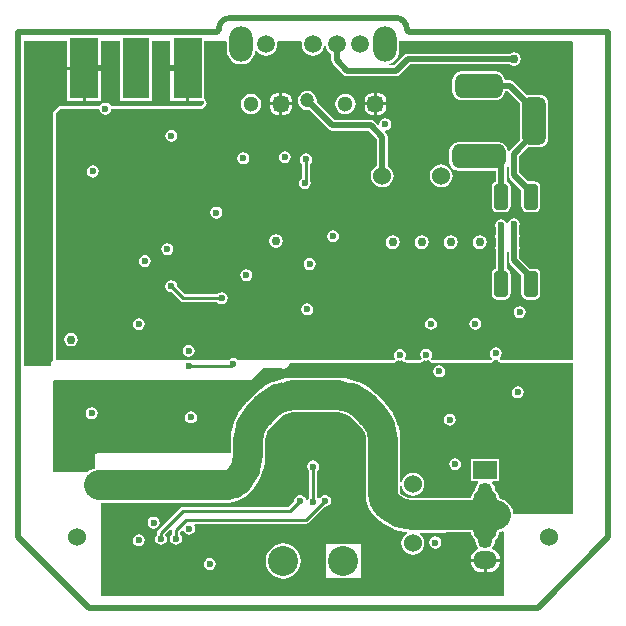
<source format=gbl>
G04*
G04 #@! TF.GenerationSoftware,Altium Limited,CircuitStudio,1.5.2 (1.5.2.30)*
G04*
G04 Layer_Physical_Order=4*
G04 Layer_Color=12500520*
%FSLAX44Y44*%
%MOMM*%
G71*
G01*
G75*
%ADD31R,2.4130X5.0800*%
%ADD33C,0.2540*%
%ADD35C,0.5000*%
%ADD36C,2.5000*%
%ADD37C,1.5240*%
%ADD38R,2.0000X1.5000*%
%ADD39C,2.0000*%
%ADD40O,2.0000X1.5000*%
%ADD41C,2.5400*%
%ADD42O,2.0000X3.0000*%
%ADD43C,1.5000*%
G04:AMPARAMS|DCode=44|XSize=2mm|YSize=4mm|CornerRadius=0.5mm|HoleSize=0mm|Usage=FLASHONLY|Rotation=180.000|XOffset=0mm|YOffset=0mm|HoleType=Round|Shape=RoundedRectangle|*
%AMROUNDEDRECTD44*
21,1,2.0000,3.0000,0,0,180.0*
21,1,1.0000,4.0000,0,0,180.0*
1,1,1.0000,-0.5000,1.5000*
1,1,1.0000,0.5000,1.5000*
1,1,1.0000,0.5000,-1.5000*
1,1,1.0000,-0.5000,-1.5000*
%
%ADD44ROUNDEDRECTD44*%
G04:AMPARAMS|DCode=45|XSize=2mm|YSize=4.5mm|CornerRadius=0.5mm|HoleSize=0mm|Usage=FLASHONLY|Rotation=270.000|XOffset=0mm|YOffset=0mm|HoleType=Round|Shape=RoundedRectangle|*
%AMROUNDEDRECTD45*
21,1,2.0000,3.5000,0,0,270.0*
21,1,1.0000,4.5000,0,0,270.0*
1,1,1.0000,-1.7500,-0.5000*
1,1,1.0000,-1.7500,0.5000*
1,1,1.0000,1.7500,0.5000*
1,1,1.0000,1.7500,-0.5000*
%
%ADD45ROUNDEDRECTD45*%
G04:AMPARAMS|DCode=46|XSize=2mm|YSize=4mm|CornerRadius=0.5mm|HoleSize=0mm|Usage=FLASHONLY|Rotation=90.000|XOffset=0mm|YOffset=0mm|HoleType=Round|Shape=RoundedRectangle|*
%AMROUNDEDRECTD46*
21,1,2.0000,3.0000,0,0,90.0*
21,1,1.0000,4.0000,0,0,90.0*
1,1,1.0000,1.5000,0.5000*
1,1,1.0000,1.5000,-0.5000*
1,1,1.0000,-1.5000,-0.5000*
1,1,1.0000,-1.5000,0.5000*
%
%ADD46ROUNDEDRECTD46*%
%ADD47C,1.3000*%
G04:AMPARAMS|DCode=48|XSize=1.3mm|YSize=1.3mm|CornerRadius=0.325mm|HoleSize=0mm|Usage=FLASHONLY|Rotation=180.000|XOffset=0mm|YOffset=0mm|HoleType=Round|Shape=RoundedRectangle|*
%AMROUNDEDRECTD48*
21,1,1.3000,0.6500,0,0,180.0*
21,1,0.6500,1.3000,0,0,180.0*
1,1,0.6500,-0.3250,0.3250*
1,1,0.6500,0.3250,0.3250*
1,1,0.6500,0.3250,-0.3250*
1,1,0.6500,-0.3250,-0.3250*
%
%ADD48ROUNDEDRECTD48*%
%ADD49C,0.6000*%
%ADD50C,0.7500*%
%ADD51C,1.2500*%
%ADD52C,1.2000*%
%ADD53R,0.2540X0.2540*%
%ADD54R,2.2860X5.0800*%
G04:AMPARAMS|DCode=55|XSize=2.2mm|YSize=1.2mm|CornerRadius=0.3mm|HoleSize=0mm|Usage=FLASHONLY|Rotation=270.000|XOffset=0mm|YOffset=0mm|HoleType=Round|Shape=RoundedRectangle|*
%AMROUNDEDRECTD55*
21,1,2.2000,0.6000,0,0,270.0*
21,1,1.6000,1.2000,0,0,270.0*
1,1,0.6000,-0.3000,-0.8000*
1,1,0.6000,-0.3000,0.8000*
1,1,0.6000,0.3000,0.8000*
1,1,0.6000,0.3000,-0.8000*
%
%ADD55ROUNDEDRECTD55*%
G36*
X453595Y515807D02*
X453597Y515807D01*
X453600Y515807D01*
X453862Y515859D01*
X456759Y515574D01*
X459798Y514652D01*
X462598Y513156D01*
X465123Y511083D01*
X472424Y503659D01*
X472431Y503654D01*
X472436Y503647D01*
X472659Y503498D01*
X474505Y501248D01*
X476002Y498448D01*
X476924Y495410D01*
X477244Y492152D01*
X477158Y447369D01*
X477123Y447302D01*
X477093Y447004D01*
X477035Y446711D01*
X477055Y446611D01*
X477045Y446511D01*
X477531Y441570D01*
X477590Y441378D01*
X477609Y441178D01*
X479050Y436427D01*
X479145Y436250D01*
X479203Y436058D01*
X481544Y431679D01*
X481671Y431524D01*
X481766Y431347D01*
X484916Y427509D01*
X484994Y427445D01*
X485050Y427360D01*
X485209Y427254D01*
X489422Y423559D01*
X489539Y423492D01*
X489634Y423397D01*
X494338Y420253D01*
X494463Y420202D01*
X494570Y420120D01*
X499644Y417617D01*
X499774Y417583D01*
X499891Y417515D01*
X505249Y415696D01*
X505382Y415679D01*
X505506Y415628D01*
X511056Y414524D01*
X511190D01*
X511320Y414489D01*
X511599Y414470D01*
X511859Y413181D01*
X510139Y411861D01*
X508597Y409851D01*
X507627Y407511D01*
X507297Y405000D01*
X507627Y402489D01*
X508597Y400149D01*
X510139Y398139D01*
X512148Y396597D01*
X514488Y395628D01*
X517000Y395297D01*
X519511Y395628D01*
X521851Y396597D01*
X523861Y398139D01*
X525403Y400149D01*
X526372Y402489D01*
X526703Y405000D01*
X526372Y407511D01*
X525403Y409851D01*
X523861Y411861D01*
X522570Y412852D01*
X523000Y414122D01*
X566393Y414179D01*
X566559Y412917D01*
X567768Y409998D01*
X569691Y407491D01*
X569946Y407296D01*
X569929Y407164D01*
X570212Y405010D01*
X571044Y403003D01*
X572243Y401440D01*
X572208Y400715D01*
X571997Y399963D01*
X570686Y399420D01*
X568589Y397811D01*
X566980Y395713D01*
X565968Y393271D01*
X565790Y391920D01*
X578250D01*
X590709D01*
X590531Y393271D01*
X589520Y395713D01*
X587910Y397811D01*
X585813Y399420D01*
X584503Y399963D01*
X584292Y400715D01*
X584256Y401440D01*
X585456Y403003D01*
X586287Y405010D01*
X586571Y407164D01*
X586554Y407296D01*
X586808Y407491D01*
X588732Y409998D01*
X589941Y412917D01*
X590144Y414463D01*
X590780Y414546D01*
X591033Y414632D01*
X591294Y414684D01*
X592944Y415367D01*
X594000Y414662D01*
X594000Y360898D01*
X593102Y360000D01*
X253398Y360000D01*
X252500Y360898D01*
X252500Y438961D01*
X361142D01*
X361142Y438961D01*
X361923Y439116D01*
X362584Y439558D01*
X362584Y439558D01*
X362836Y439810D01*
X364580Y439981D01*
X364772Y440040D01*
X364972Y440060D01*
X369723Y441501D01*
X369900Y441595D01*
X370092Y441654D01*
X374471Y443994D01*
X374626Y444121D01*
X374803Y444216D01*
X378641Y447366D01*
X378705Y447444D01*
X378789Y447500D01*
X378895Y447659D01*
X382590Y451872D01*
X382658Y451989D01*
X382753Y452084D01*
X385896Y456789D01*
X385948Y456913D01*
X386030Y457020D01*
X388532Y462094D01*
X388567Y462224D01*
X388634Y462341D01*
X390453Y467699D01*
X390471Y467832D01*
X390522Y467956D01*
X391626Y473506D01*
Y473641D01*
X391661Y473770D01*
X392031Y479417D01*
X392022Y479484D01*
X392035Y479550D01*
Y479550D01*
X392034Y479557D01*
X392035Y479565D01*
X391943Y492265D01*
X391891Y492516D01*
X392176Y495410D01*
X393098Y498448D01*
X394594Y501248D01*
X396667Y503773D01*
X404091Y511074D01*
X404096Y511081D01*
X404103Y511086D01*
X404252Y511309D01*
X406502Y513156D01*
X409302Y514652D01*
X412340Y515574D01*
X415597Y515895D01*
X453595Y515807D01*
D02*
G37*
G36*
X589003Y559999D02*
X589048Y559808D01*
X589167Y559641D01*
X589253Y559455D01*
X589696Y558842D01*
X589725Y558815D01*
X589727Y558811D01*
X589819Y558725D01*
X589906Y558596D01*
X589937Y558565D01*
X590135Y558432D01*
X590310Y558270D01*
X590463Y558213D01*
X590598Y558123D01*
X590832Y558076D01*
X591056Y557993D01*
X591099Y557986D01*
X591255Y557992D01*
X591379Y557968D01*
X591383Y557968D01*
X591422Y557961D01*
X652500D01*
X652500Y557961D01*
X652500Y430898D01*
X651602Y430000D01*
X601754D01*
X601454Y432280D01*
X601368Y432533D01*
X601316Y432794D01*
X600056Y435836D01*
X599907Y436058D01*
X599790Y436297D01*
X597785Y438909D01*
X597585Y439085D01*
X597409Y439286D01*
X594797Y441290D01*
X594558Y441408D01*
X594336Y441556D01*
X591294Y442816D01*
X591033Y442868D01*
X590780Y442954D01*
X590144Y443037D01*
X589941Y444583D01*
X588732Y447502D01*
X586808Y450009D01*
X586554Y450204D01*
X586571Y450336D01*
X586287Y452490D01*
X585456Y454497D01*
X584241Y456080D01*
X584523Y457350D01*
X590250D01*
Y476350D01*
X566250D01*
Y457350D01*
X571977D01*
X572258Y456080D01*
X571044Y454497D01*
X570212Y452490D01*
X569929Y450336D01*
X569946Y450204D01*
X569691Y450009D01*
X567768Y447502D01*
X566559Y444583D01*
X566399Y443369D01*
X517097Y443293D01*
X516837Y443241D01*
X513940Y443526D01*
X510902Y444448D01*
X508102Y445944D01*
X506227Y447483D01*
X506229Y453381D01*
X507499Y453464D01*
X507627Y452489D01*
X508597Y450149D01*
X510139Y448139D01*
X512148Y446597D01*
X514488Y445628D01*
X517000Y445297D01*
X519511Y445628D01*
X521851Y446597D01*
X523861Y448139D01*
X525403Y450149D01*
X526372Y452489D01*
X526703Y455000D01*
X526372Y457511D01*
X525403Y459851D01*
X523861Y461861D01*
X521851Y463403D01*
X519511Y464372D01*
X517000Y464703D01*
X514488Y464372D01*
X512148Y463403D01*
X510139Y461861D01*
X508597Y459851D01*
X507627Y457511D01*
X507500Y456544D01*
X506230Y456628D01*
X506243Y491712D01*
X506271Y491924D01*
X506335Y492250D01*
Y492250D01*
X506322Y492316D01*
X506331Y492383D01*
X505961Y498030D01*
X505926Y498159D01*
Y498294D01*
X504822Y503843D01*
X504771Y503968D01*
X504753Y504101D01*
X502934Y509459D01*
X502867Y509576D01*
X502832Y509706D01*
X500330Y514780D01*
X500248Y514887D01*
X500196Y515011D01*
X497053Y519716D01*
X496958Y519811D01*
X496890Y519928D01*
X493160Y524182D01*
X493099Y524228D01*
X493056Y524292D01*
X485922Y531301D01*
X485814Y531442D01*
X485629Y531719D01*
X485573Y531756D01*
X485532Y531810D01*
X481278Y535541D01*
X481161Y535608D01*
X481066Y535703D01*
X476361Y538847D01*
X476237Y538898D01*
X476130Y538980D01*
X471055Y541483D01*
X470925Y541517D01*
X470809Y541585D01*
X465451Y543403D01*
X465318Y543421D01*
X465193Y543472D01*
X459644Y544576D01*
X459509D01*
X459379Y544611D01*
X453733Y544981D01*
X453666Y544972D01*
X453600Y544986D01*
X453600D01*
X453597Y544985D01*
X453595Y544986D01*
X416027Y544894D01*
X415826Y544921D01*
X415500Y544986D01*
X415500D01*
X415434Y544972D01*
X415367Y544981D01*
X409720Y544611D01*
X409590Y544576D01*
X409456D01*
X403906Y543472D01*
X403782Y543421D01*
X403649Y543403D01*
X398291Y541585D01*
X398174Y541517D01*
X398044Y541483D01*
X392970Y538980D01*
X392863Y538898D01*
X392738Y538847D01*
X388034Y535703D01*
X387939Y535608D01*
X387822Y535541D01*
X383568Y531810D01*
X383521Y531749D01*
X383458Y531706D01*
X376449Y524572D01*
X376308Y524464D01*
X376031Y524279D01*
X375994Y524223D01*
X375940Y524182D01*
X372209Y519928D01*
X372142Y519811D01*
X372047Y519716D01*
X368903Y515011D01*
X368852Y514887D01*
X368770Y514780D01*
X366267Y509706D01*
X366232Y509576D01*
X366165Y509459D01*
X364346Y504101D01*
X364329Y503968D01*
X364277Y503843D01*
X363173Y498294D01*
Y498159D01*
X363139Y498030D01*
X362769Y492383D01*
X362777Y492316D01*
X362764Y492250D01*
Y492250D01*
X362766Y492243D01*
X362764Y492235D01*
X362835Y482491D01*
X361941Y481589D01*
X250000D01*
X249219Y481434D01*
X248558Y480992D01*
X248116Y480330D01*
X247961Y479550D01*
Y468418D01*
X247469Y468354D01*
X247217Y468268D01*
X246955Y468216D01*
X243913Y466956D01*
X243692Y466808D01*
X243452Y466690D01*
X241250Y465000D01*
X212500Y465000D01*
X212500Y542264D01*
X213398Y543162D01*
X378250D01*
X380006Y543511D01*
X381494Y544506D01*
X390400Y553412D01*
X405367D01*
X405549Y553290D01*
X407500Y552902D01*
X409451Y553290D01*
X411105Y554395D01*
X412210Y556049D01*
X412590Y557961D01*
X412590D01*
X500852Y557961D01*
X500894Y557969D01*
X500936Y557962D01*
X500938Y557962D01*
X501054Y557991D01*
X501057Y557990D01*
X501085Y557991D01*
X501170Y558012D01*
X501342Y558020D01*
X501452Y558047D01*
X501528Y558082D01*
X501610Y558093D01*
X501610Y558093D01*
X501663Y558123D01*
X501778Y558146D01*
X501786Y558149D01*
X501790Y558152D01*
X501792Y558153D01*
X501822Y558173D01*
X501858Y558181D01*
X501861Y558184D01*
X501867Y558185D01*
X501878Y558190D01*
X501991Y558274D01*
X501993Y558274D01*
X502042Y558311D01*
X502166Y558362D01*
X502261Y558425D01*
X502297Y558461D01*
X502342Y558482D01*
X502428Y558577D01*
X502454Y558594D01*
X502475Y558615D01*
X502493Y558642D01*
X502634Y558745D01*
X502751Y558874D01*
X502761Y558890D01*
X502777Y558902D01*
X502861Y558994D01*
X502862Y558995D01*
X502863Y558996D01*
X502942Y559112D01*
X503085Y559250D01*
X503118Y559299D01*
X504049Y559790D01*
X506000Y559402D01*
X507951Y559790D01*
X508699Y559638D01*
X508804Y559549D01*
X508883Y559437D01*
X509704Y558659D01*
X509848Y558568D01*
X509848Y558568D01*
X509863Y558554D01*
X509889Y558537D01*
X510019Y558414D01*
X510163Y558323D01*
X510312Y558266D01*
X510486Y558149D01*
X510513Y558144D01*
X510536Y558129D01*
X510742Y558094D01*
X510889Y558033D01*
X511056Y558000D01*
X511236D01*
X511266Y557994D01*
X511287D01*
X511454Y557961D01*
X523392D01*
X523588Y558000D01*
X523789D01*
X523969Y558036D01*
X524154Y558112D01*
X524172Y558116D01*
X524178Y558120D01*
X524330Y558147D01*
X524348Y558158D01*
X524368Y558162D01*
X524504Y558253D01*
X524671Y558319D01*
X524688Y558330D01*
X524690Y558332D01*
X524703Y558340D01*
X524704Y558340D01*
X524704Y558341D01*
X524836Y558425D01*
X524979Y558562D01*
X525001Y558576D01*
X525003Y558578D01*
X525003Y558578D01*
X525152Y558674D01*
X525154Y558676D01*
X525160Y558685D01*
X525170Y558691D01*
X525309Y558829D01*
X525309Y558829D01*
X525310Y558829D01*
X525337Y558856D01*
X525341Y558862D01*
X525348Y558867D01*
X525348D01*
X525373Y558905D01*
X525460Y558990D01*
X525505Y559057D01*
X525505Y559057D01*
X525536Y559087D01*
X525536Y559087D01*
X525536Y559087D01*
X525536Y559088D01*
X525577Y559147D01*
X525592Y559162D01*
X525619Y559202D01*
X525619Y559202D01*
X525716Y559297D01*
X525761Y559364D01*
X525786Y559421D01*
X525823Y559458D01*
X525876Y559588D01*
X525983Y559745D01*
X526005Y559795D01*
X526044Y559984D01*
X526050Y559999D01*
X526051Y560000D01*
X526501D01*
X528250Y559652D01*
X529999Y560000D01*
X530415D01*
X530434Y559976D01*
X530457Y559929D01*
X530459Y559927D01*
X530463Y559923D01*
X530465Y559918D01*
X530466Y559918D01*
X530515Y559821D01*
X530518Y559817D01*
X530519Y559816D01*
X530537Y559779D01*
X530543Y559772D01*
X530563Y559747D01*
X530564Y559746D01*
X530564Y559745D01*
X530602Y559697D01*
X530608Y559682D01*
X530639Y559635D01*
X530665Y559609D01*
X530679Y559581D01*
X530686Y559573D01*
X530704Y559558D01*
X530714Y559537D01*
X530789Y559477D01*
X530854Y559380D01*
X530861Y559373D01*
X530955Y559267D01*
X531071Y559180D01*
X531110Y559136D01*
X531135Y559118D01*
X531147Y559099D01*
X531147Y559099D01*
X531175Y559081D01*
X531250Y558997D01*
X531363Y558911D01*
X531363Y558911D01*
X531922Y558491D01*
X531973Y558467D01*
X531973Y558467D01*
X532072Y558391D01*
X532202Y558329D01*
X532263Y558284D01*
X532277Y558277D01*
X532277Y558277D01*
X532277Y558277D01*
X532314Y558259D01*
X532350Y558250D01*
X532518Y558137D01*
X532533Y558131D01*
X532546Y558128D01*
X532548Y558127D01*
X532674Y558102D01*
X532789Y558046D01*
X532792Y558046D01*
X532805Y558040D01*
X532820Y558036D01*
X533021Y558025D01*
X533054Y558011D01*
X533054Y558011D01*
X533055D01*
X533056Y558011D01*
X533111Y558000D01*
X533187D01*
X533329Y557972D01*
X533453D01*
X533454Y557972D01*
X533454D01*
X533509Y557961D01*
X582963D01*
X583031Y557974D01*
X583044Y557972D01*
X583120Y557987D01*
X583240Y557980D01*
X583321Y557991D01*
X583568Y558076D01*
X583824Y558127D01*
X583941Y558205D01*
X584073Y558251D01*
X584269Y558424D01*
X584486Y558569D01*
X584543Y558627D01*
X584611Y558727D01*
X584669Y558779D01*
X584674Y558790D01*
X584726Y558836D01*
X585185Y559441D01*
X585350Y559779D01*
X585463Y560000D01*
X589002D01*
X589003Y559999D01*
D02*
G37*
G36*
X652500Y829102D02*
X652500Y561270D01*
X652500Y560000D01*
X591468D01*
X591382Y560014D01*
X591321Y560075D01*
X591022Y560487D01*
X591021Y560491D01*
X590915Y560637D01*
X590886Y560780D01*
X590867Y560809D01*
X590859Y560843D01*
X590859Y560844D01*
X590855Y562111D01*
X591106Y562520D01*
X591960Y563798D01*
X592348Y565749D01*
X591960Y567700D01*
X590855Y569354D01*
X589201Y570459D01*
X587250Y570847D01*
X585299Y570459D01*
X583645Y569354D01*
X582540Y567700D01*
X582152Y565749D01*
X582540Y563798D01*
X583380Y562541D01*
X583646Y562086D01*
X583649Y560956D01*
X582829Y560000D01*
X533509D01*
X533454Y560011D01*
X533454D01*
X533453Y560011D01*
X533328Y560011D01*
X533316Y560014D01*
X533297Y560022D01*
X533199Y560096D01*
X533198Y560096D01*
X533198Y560096D01*
X533162Y560114D01*
X533148Y560121D01*
X532589Y560541D01*
X532589Y560541D01*
X532390Y561205D01*
X532362Y561392D01*
X532384Y561938D01*
X532960Y562799D01*
X533348Y564750D01*
X532960Y566701D01*
X531855Y568355D01*
X530201Y569460D01*
X528250Y569848D01*
X526299Y569460D01*
X524645Y568355D01*
X523540Y566701D01*
X523152Y564750D01*
X523540Y562799D01*
X524528Y561321D01*
X524497Y561274D01*
X524354Y561131D01*
X524353Y561130D01*
X524277Y560946D01*
X524166Y560780D01*
X524160Y560765D01*
X524124Y560583D01*
X524109Y560548D01*
X524102Y560537D01*
X524075Y560511D01*
X524029Y560443D01*
X524029Y560443D01*
X523943Y560358D01*
X523943Y560358D01*
X523933Y560348D01*
X523906Y560308D01*
X523906Y560308D01*
X523906Y560308D01*
X523879Y560282D01*
X523879Y560282D01*
X523878Y560282D01*
X523740Y560145D01*
X523737Y560143D01*
X523590Y560048D01*
X523588Y560047D01*
X523571Y560036D01*
X523392Y560000D01*
X511454D01*
X511287Y560033D01*
X511271D01*
X511270Y560034D01*
X511263Y560037D01*
X511251Y560047D01*
X511107Y560138D01*
X511107Y560138D01*
X510287Y560917D01*
X510399Y561994D01*
X510571Y562341D01*
X510710Y562549D01*
X511098Y564500D01*
X510710Y566451D01*
X509605Y568105D01*
X507951Y569210D01*
X506000Y569598D01*
X504049Y569210D01*
X502395Y568105D01*
X501290Y566451D01*
X500902Y564500D01*
X501290Y562549D01*
X501533Y562186D01*
X501681Y561817D01*
X501661Y560710D01*
X501552Y560605D01*
X501549Y560602D01*
X501549Y560601D01*
X501518Y560572D01*
X501438Y560455D01*
X501437Y560454D01*
X501404Y560405D01*
X501403Y560405D01*
X501355Y560369D01*
X501272Y560277D01*
X501268Y560271D01*
X501259Y560263D01*
X501254Y560255D01*
X501246Y560250D01*
X501129Y560121D01*
X501129Y560121D01*
X501128Y560121D01*
X501034Y560057D01*
X501013Y560037D01*
X501002Y560032D01*
X500965Y560027D01*
X500965Y560027D01*
X500965D01*
X500854Y560000D01*
X500851Y560000D01*
X412590Y560000D01*
X412590D01*
X412590Y560000D01*
X369009D01*
X368605Y560605D01*
X366951Y561710D01*
X365000Y562098D01*
X363049Y561710D01*
X361395Y560605D01*
X360991Y560000D01*
X328999D01*
X327250Y560348D01*
X325500Y560000D01*
X215437D01*
X214539Y560898D01*
X214539Y769155D01*
X218345Y772961D01*
X251410D01*
X251790Y771049D01*
X252895Y769395D01*
X254549Y768290D01*
X256500Y767902D01*
X258451Y768290D01*
X260105Y769395D01*
X261210Y771049D01*
X261590Y772961D01*
X337500D01*
X338280Y773116D01*
X338942Y773558D01*
X341732Y776348D01*
X342174Y777010D01*
X342329Y777790D01*
X342174Y778570D01*
X341648Y779840D01*
X341206Y780502D01*
X340544Y780944D01*
X340380Y780977D01*
Y830000D01*
X358498D01*
X359396Y829102D01*
Y822500D01*
X359809Y819367D01*
X361018Y816448D01*
X362941Y813941D01*
X365448Y812018D01*
X368367Y810809D01*
X371500Y810396D01*
X374633Y810809D01*
X377552Y812018D01*
X380058Y813941D01*
X381982Y816448D01*
X383191Y819367D01*
X383480Y821563D01*
X384808Y821919D01*
X385724Y820724D01*
X387709Y819202D01*
X390020Y818244D01*
X392500Y817918D01*
X394980Y818244D01*
X397291Y819202D01*
X399275Y820724D01*
X400798Y822709D01*
X401755Y825020D01*
X402082Y827500D01*
X401920Y828730D01*
X403034Y830000D01*
X421966D01*
X423080Y828730D01*
X422918Y827500D01*
X423245Y825020D01*
X424202Y822709D01*
X425724Y820724D01*
X427709Y819202D01*
X430020Y818244D01*
X432500Y817918D01*
X434980Y818244D01*
X437291Y819202D01*
X439275Y820724D01*
X440798Y822709D01*
X441755Y825020D01*
X441859Y825810D01*
X443140D01*
X443245Y825020D01*
X444202Y822709D01*
X445724Y820724D01*
X447709Y819202D01*
X447912Y819118D01*
Y814000D01*
X448261Y812244D01*
X449256Y810756D01*
X458256Y801756D01*
X459744Y800761D01*
X461500Y800412D01*
X502500D01*
X504256Y800761D01*
X505744Y801756D01*
X514400Y810412D01*
X599017D01*
X600256Y809584D01*
X602500Y809137D01*
X604743Y809584D01*
X606645Y810854D01*
X607916Y812756D01*
X608363Y815000D01*
X607916Y817243D01*
X606645Y819145D01*
X604743Y820416D01*
X602500Y820863D01*
X600256Y820416D01*
X599017Y819588D01*
X512500D01*
X510744Y819239D01*
X509256Y818244D01*
X500600Y809588D01*
X496865D01*
X496633Y810809D01*
X499552Y812018D01*
X502058Y813941D01*
X503982Y816448D01*
X505191Y819367D01*
X505603Y822500D01*
Y830000D01*
X651602D01*
X652500Y829102D01*
D02*
G37*
G36*
X311710Y808270D02*
X326315D01*
Y807000D01*
X327585D01*
Y779060D01*
X339764D01*
X340290Y777790D01*
X337500Y775000D01*
X261177D01*
X260105Y776605D01*
X258451Y777710D01*
X256500Y778098D01*
X254549Y777710D01*
X252895Y776605D01*
X251823Y775000D01*
X217500D01*
X212500Y770000D01*
X212500Y559560D01*
X211730Y559016D01*
X211535Y558811D01*
X211318Y558629D01*
X210911Y558123D01*
X210777Y557866D01*
X210616Y557625D01*
X210594Y557516D01*
X210543Y557417D01*
X210517Y557129D01*
X210461Y556844D01*
Y555000D01*
X188398D01*
X187500Y555898D01*
X187500Y830000D01*
X224080D01*
Y808270D01*
X238685D01*
X253290D01*
Y830000D01*
X269070D01*
Y779600D01*
X295930D01*
Y830000D01*
X311710D01*
Y808270D01*
D02*
G37*
%LPC*%
G36*
X284875Y595598D02*
X282924Y595210D01*
X281270Y594104D01*
X280165Y592451D01*
X279777Y590500D01*
X280165Y588549D01*
X281270Y586895D01*
X282924Y585790D01*
X284875Y585402D01*
X286826Y585790D01*
X288480Y586895D01*
X289585Y588549D01*
X289973Y590500D01*
X289585Y592451D01*
X288480Y594104D01*
X286826Y595210D01*
X284875Y595598D01*
D02*
G37*
G36*
X532250Y595848D02*
X530299Y595460D01*
X528645Y594355D01*
X527540Y592701D01*
X527152Y590750D01*
X527540Y588799D01*
X528645Y587145D01*
X530299Y586040D01*
X532250Y585652D01*
X534201Y586040D01*
X535855Y587145D01*
X536960Y588799D01*
X537348Y590750D01*
X536960Y592701D01*
X535855Y594355D01*
X534201Y595460D01*
X532250Y595848D01*
D02*
G37*
G36*
X539250Y555598D02*
X537299Y555210D01*
X535645Y554104D01*
X534540Y552451D01*
X534152Y550500D01*
X534540Y548549D01*
X535645Y546895D01*
X537299Y545790D01*
X539250Y545402D01*
X541201Y545790D01*
X542855Y546895D01*
X543960Y548549D01*
X544348Y550500D01*
X543960Y552451D01*
X542855Y554104D01*
X541201Y555210D01*
X539250Y555598D01*
D02*
G37*
G36*
X327000Y573098D02*
X325049Y572710D01*
X323395Y571605D01*
X322290Y569951D01*
X321902Y568000D01*
X322290Y566049D01*
X323395Y564395D01*
X325049Y563290D01*
X327000Y562902D01*
X328951Y563290D01*
X330605Y564395D01*
X331710Y566049D01*
X332098Y568000D01*
X331710Y569951D01*
X330605Y571605D01*
X328951Y572710D01*
X327000Y573098D01*
D02*
G37*
G36*
X227500Y583363D02*
X225256Y582916D01*
X223354Y581645D01*
X222084Y579743D01*
X221637Y577500D01*
X222084Y575256D01*
X223354Y573354D01*
X225256Y572084D01*
X227500Y571637D01*
X229743Y572084D01*
X231645Y573354D01*
X232916Y575256D01*
X233363Y577500D01*
X232916Y579743D01*
X231645Y581645D01*
X229743Y582916D01*
X227500Y583363D01*
D02*
G37*
G36*
X569750Y595848D02*
X567799Y595460D01*
X566145Y594355D01*
X565040Y592701D01*
X564652Y590750D01*
X565040Y588799D01*
X566145Y587145D01*
X567799Y586040D01*
X569750Y585652D01*
X571701Y586040D01*
X573355Y587145D01*
X574460Y588799D01*
X574848Y590750D01*
X574460Y592701D01*
X573355Y594355D01*
X571701Y595460D01*
X569750Y595848D01*
D02*
G37*
G36*
X429500Y646598D02*
X427549Y646210D01*
X425895Y645105D01*
X424790Y643451D01*
X424402Y641500D01*
X424790Y639549D01*
X425895Y637895D01*
X427549Y636790D01*
X429500Y636402D01*
X431451Y636790D01*
X433105Y637895D01*
X434210Y639549D01*
X434598Y641500D01*
X434210Y643451D01*
X433105Y645105D01*
X431451Y646210D01*
X429500Y646598D01*
D02*
G37*
G36*
X290000Y649098D02*
X288049Y648710D01*
X286395Y647605D01*
X285290Y645951D01*
X284902Y644000D01*
X285290Y642049D01*
X286395Y640395D01*
X288049Y639290D01*
X290000Y638902D01*
X291951Y639290D01*
X293605Y640395D01*
X294710Y642049D01*
X295098Y644000D01*
X294710Y645951D01*
X293605Y647605D01*
X291951Y648710D01*
X290000Y649098D01*
D02*
G37*
G36*
X309000Y659098D02*
X307049Y658710D01*
X305395Y657605D01*
X304290Y655951D01*
X303902Y654000D01*
X304290Y652049D01*
X305395Y650395D01*
X307049Y649290D01*
X309000Y648902D01*
X310951Y649290D01*
X312605Y650395D01*
X313710Y652049D01*
X314098Y654000D01*
X313710Y655951D01*
X312605Y657605D01*
X310951Y658710D01*
X309000Y659098D01*
D02*
G37*
G36*
X376000Y637098D02*
X374049Y636710D01*
X372395Y635605D01*
X371290Y633951D01*
X370902Y632000D01*
X371290Y630049D01*
X372395Y628395D01*
X374049Y627290D01*
X376000Y626902D01*
X377951Y627290D01*
X379605Y628395D01*
X380710Y630049D01*
X381098Y632000D01*
X380710Y633951D01*
X379605Y635605D01*
X377951Y636710D01*
X376000Y637098D01*
D02*
G37*
G36*
X607250Y605848D02*
X605299Y605460D01*
X603645Y604355D01*
X602540Y602701D01*
X602152Y600750D01*
X602540Y598799D01*
X603645Y597145D01*
X605299Y596040D01*
X607250Y595652D01*
X609201Y596040D01*
X610855Y597145D01*
X611960Y598799D01*
X612348Y600750D01*
X611960Y602701D01*
X610855Y604355D01*
X609201Y605460D01*
X607250Y605848D01*
D02*
G37*
G36*
X427500Y608098D02*
X425549Y607710D01*
X423895Y606605D01*
X422790Y604951D01*
X422402Y603000D01*
X422790Y601049D01*
X423895Y599395D01*
X425549Y598290D01*
X427500Y597902D01*
X429451Y598290D01*
X431105Y599395D01*
X432210Y601049D01*
X432598Y603000D01*
X432210Y604951D01*
X431105Y606605D01*
X429451Y607710D01*
X427500Y608098D01*
D02*
G37*
G36*
X312500Y627598D02*
X310549Y627210D01*
X308895Y626105D01*
X307790Y624451D01*
X307402Y622500D01*
X307790Y620549D01*
X308895Y618895D01*
X310549Y617790D01*
X312500Y617402D01*
X312819Y617465D01*
X320142Y610142D01*
X321224Y609420D01*
X322500Y609166D01*
X351214D01*
X351395Y608895D01*
X353049Y607790D01*
X355000Y607402D01*
X356951Y607790D01*
X358605Y608895D01*
X359710Y610549D01*
X360098Y612500D01*
X359710Y614451D01*
X358605Y616105D01*
X356951Y617210D01*
X355000Y617598D01*
X353049Y617210D01*
X351395Y616105D01*
X351214Y615834D01*
X323881D01*
X317534Y622180D01*
X317598Y622500D01*
X317210Y624451D01*
X316105Y626105D01*
X314451Y627210D01*
X312500Y627598D01*
D02*
G37*
G36*
X345000Y392598D02*
X343049Y392210D01*
X341395Y391105D01*
X340290Y389451D01*
X339902Y387500D01*
X340290Y385549D01*
X341395Y383895D01*
X343049Y382790D01*
X345000Y382402D01*
X346951Y382790D01*
X348605Y383895D01*
X349710Y385549D01*
X350098Y387500D01*
X349710Y389451D01*
X348605Y391105D01*
X346951Y392210D01*
X345000Y392598D01*
D02*
G37*
G36*
X536000Y410758D02*
X534049Y410370D01*
X532395Y409265D01*
X531290Y407611D01*
X530902Y405660D01*
X531290Y403709D01*
X532395Y402055D01*
X534049Y400950D01*
X536000Y400562D01*
X537951Y400950D01*
X539604Y402055D01*
X540710Y403709D01*
X541098Y405660D01*
X540710Y407611D01*
X539604Y409265D01*
X537951Y410370D01*
X536000Y410758D01*
D02*
G37*
G36*
X285000Y412598D02*
X283049Y412210D01*
X281395Y411105D01*
X280290Y409451D01*
X279902Y407500D01*
X280290Y405549D01*
X281395Y403895D01*
X283049Y402790D01*
X285000Y402402D01*
X286951Y402790D01*
X288605Y403895D01*
X289710Y405549D01*
X290098Y407500D01*
X289710Y409451D01*
X288605Y411105D01*
X286951Y412210D01*
X285000Y412598D01*
D02*
G37*
G36*
X590709Y389380D02*
X579520D01*
Y380523D01*
X580750D01*
X583371Y380868D01*
X585813Y381880D01*
X587910Y383489D01*
X589520Y385587D01*
X590531Y388029D01*
X590709Y389380D01*
D02*
G37*
G36*
X407100Y404827D02*
X403262Y404322D01*
X399687Y402840D01*
X396616Y400484D01*
X394259Y397413D01*
X392778Y393837D01*
X392273Y390000D01*
X392778Y386162D01*
X394259Y382587D01*
X396616Y379516D01*
X399687Y377160D01*
X403262Y375678D01*
X407100Y375173D01*
X410937Y375678D01*
X414513Y377160D01*
X417584Y379516D01*
X419940Y382587D01*
X421422Y386162D01*
X421927Y390000D01*
X421422Y393837D01*
X419940Y397413D01*
X417584Y400484D01*
X414513Y402840D01*
X410937Y404322D01*
X407100Y404827D01*
D02*
G37*
G36*
X472600Y404700D02*
X443200D01*
Y375300D01*
X472600D01*
Y404700D01*
D02*
G37*
G36*
X576980Y389380D02*
X565790D01*
X565968Y388029D01*
X566980Y385587D01*
X568589Y383489D01*
X570686Y381880D01*
X573129Y380868D01*
X575750Y380523D01*
X576980D01*
Y389380D01*
D02*
G37*
G36*
X329050Y516648D02*
X327099Y516260D01*
X325445Y515155D01*
X324340Y513501D01*
X323952Y511550D01*
X324340Y509599D01*
X325445Y507945D01*
X327099Y506840D01*
X329050Y506452D01*
X331001Y506840D01*
X332655Y507945D01*
X333760Y509599D01*
X334148Y511550D01*
X333760Y513501D01*
X332655Y515155D01*
X331001Y516260D01*
X329050Y516648D01*
D02*
G37*
G36*
X245000Y520098D02*
X243049Y519710D01*
X241395Y518605D01*
X240290Y516951D01*
X239902Y515000D01*
X240290Y513049D01*
X241395Y511395D01*
X243049Y510290D01*
X245000Y509902D01*
X246951Y510290D01*
X248605Y511395D01*
X249710Y513049D01*
X250098Y515000D01*
X249710Y516951D01*
X248605Y518605D01*
X246951Y519710D01*
X245000Y520098D01*
D02*
G37*
G36*
X605750Y537848D02*
X603799Y537460D01*
X602145Y536354D01*
X601040Y534701D01*
X600652Y532750D01*
X601040Y530799D01*
X602145Y529145D01*
X603799Y528040D01*
X605750Y527652D01*
X607701Y528040D01*
X609355Y529145D01*
X610460Y530799D01*
X610848Y532750D01*
X610460Y534701D01*
X609355Y536354D01*
X607701Y537460D01*
X605750Y537848D01*
D02*
G37*
G36*
X548250Y514848D02*
X546299Y514460D01*
X544645Y513355D01*
X543540Y511701D01*
X543152Y509750D01*
X543540Y507799D01*
X544645Y506145D01*
X546299Y505040D01*
X548250Y504652D01*
X550201Y505040D01*
X551855Y506145D01*
X552960Y507799D01*
X553348Y509750D01*
X552960Y511701D01*
X551855Y513355D01*
X550201Y514460D01*
X548250Y514848D01*
D02*
G37*
G36*
X297500Y427598D02*
X295549Y427210D01*
X293895Y426105D01*
X292790Y424451D01*
X292402Y422500D01*
X292790Y420549D01*
X293895Y418895D01*
X295549Y417790D01*
X297500Y417402D01*
X299451Y417790D01*
X301105Y418895D01*
X302210Y420549D01*
X302598Y422500D01*
X302210Y424451D01*
X301105Y426105D01*
X299451Y427210D01*
X297500Y427598D01*
D02*
G37*
G36*
X432500Y475098D02*
X430549Y474710D01*
X428895Y473605D01*
X427790Y471951D01*
X427402Y470000D01*
X427790Y468049D01*
X428895Y466395D01*
X429166Y466214D01*
Y462000D01*
Y443786D01*
X428895Y443605D01*
X427790Y441951D01*
X427747Y441734D01*
X426452D01*
X426210Y442951D01*
X425105Y444605D01*
X423451Y445710D01*
X421500Y446098D01*
X419549Y445710D01*
X417895Y444605D01*
X416790Y442951D01*
X416402Y441000D01*
X416466Y440681D01*
X411619Y435834D01*
X322500D01*
X321224Y435580D01*
X320142Y434857D01*
X301292Y416007D01*
X300570Y414926D01*
X300316Y413650D01*
Y412533D01*
X300045Y412353D01*
X298940Y410699D01*
X298552Y408748D01*
X298940Y406797D01*
X300045Y405143D01*
X301699Y404038D01*
X303650Y403650D01*
X305601Y404038D01*
X307255Y405143D01*
X308360Y406797D01*
X308748Y408748D01*
X308360Y410699D01*
X307255Y412353D01*
X307238Y412523D01*
X311884Y417169D01*
X313054Y416543D01*
X313016Y416350D01*
Y412636D01*
X312745Y412455D01*
X311640Y410801D01*
X311252Y408850D01*
X311640Y406899D01*
X312745Y405245D01*
X314399Y404140D01*
X316350Y403752D01*
X318301Y404140D01*
X319955Y405245D01*
X321060Y406899D01*
X321448Y408850D01*
X321060Y410801D01*
X319955Y412455D01*
X319684Y412636D01*
Y414969D01*
X321291Y416576D01*
X322669Y416158D01*
X322790Y415549D01*
X323895Y413895D01*
X325549Y412790D01*
X327500Y412402D01*
X329451Y412790D01*
X331105Y413895D01*
X332210Y415549D01*
X332598Y417500D01*
X332210Y419451D01*
X331578Y420396D01*
X332257Y421666D01*
X426500D01*
X427776Y421920D01*
X428857Y422642D01*
X442181Y435965D01*
X442500Y435902D01*
X444451Y436290D01*
X446105Y437395D01*
X447210Y439049D01*
X447598Y441000D01*
X447210Y442951D01*
X446105Y444605D01*
X444451Y445710D01*
X442500Y446098D01*
X440549Y445710D01*
X438895Y444605D01*
X437930Y443160D01*
X437040Y442982D01*
X436506Y443004D01*
X436105Y443605D01*
X435834Y443786D01*
Y462000D01*
Y466214D01*
X436105Y466395D01*
X437210Y468049D01*
X437598Y470000D01*
X437210Y471951D01*
X436105Y473605D01*
X434451Y474710D01*
X432500Y475098D01*
D02*
G37*
G36*
X552750Y477098D02*
X550799Y476710D01*
X549145Y475605D01*
X548040Y473951D01*
X547652Y472000D01*
X548040Y470049D01*
X549145Y468395D01*
X550799Y467290D01*
X552750Y466902D01*
X554701Y467290D01*
X556354Y468395D01*
X557460Y470049D01*
X557848Y472000D01*
X557460Y473951D01*
X556354Y475605D01*
X554701Y476710D01*
X552750Y477098D01*
D02*
G37*
G36*
X494353Y775730D02*
X486470D01*
Y767847D01*
X488450D01*
X490709Y768296D01*
X492624Y769576D01*
X493904Y771491D01*
X494353Y773750D01*
Y775730D01*
D02*
G37*
G36*
X379800Y785573D02*
X377581Y785281D01*
X375513Y784425D01*
X373738Y783062D01*
X372375Y781287D01*
X371519Y779219D01*
X371227Y777000D01*
X371519Y774781D01*
X372375Y772713D01*
X373738Y770938D01*
X375513Y769575D01*
X377581Y768719D01*
X379800Y768427D01*
X382019Y768719D01*
X384087Y769575D01*
X385862Y770938D01*
X387225Y772713D01*
X388081Y774781D01*
X388373Y777000D01*
X388081Y779219D01*
X387225Y781287D01*
X385862Y783062D01*
X384087Y784425D01*
X382019Y785281D01*
X379800Y785573D01*
D02*
G37*
G36*
X459800D02*
X457581Y785281D01*
X455513Y784425D01*
X453738Y783062D01*
X452375Y781287D01*
X451519Y779219D01*
X451227Y777000D01*
X451519Y774781D01*
X452375Y772713D01*
X453738Y770938D01*
X455513Y769575D01*
X457581Y768719D01*
X459800Y768427D01*
X462019Y768719D01*
X464087Y769575D01*
X465862Y770938D01*
X467225Y772713D01*
X468081Y774781D01*
X468373Y777000D01*
X468081Y779219D01*
X467225Y781287D01*
X465862Y783062D01*
X464087Y784425D01*
X462019Y785281D01*
X459800Y785573D01*
D02*
G37*
G36*
X483930Y775730D02*
X476046D01*
Y773750D01*
X476496Y771491D01*
X477776Y769576D01*
X479691Y768296D01*
X481950Y767847D01*
X483930D01*
Y775730D01*
D02*
G37*
G36*
X312500Y755098D02*
X310549Y754710D01*
X308895Y753605D01*
X307790Y751951D01*
X307402Y750000D01*
X307790Y748049D01*
X308895Y746395D01*
X310549Y745290D01*
X312500Y744902D01*
X314451Y745290D01*
X316105Y746395D01*
X317210Y748049D01*
X317598Y750000D01*
X317210Y751951D01*
X316105Y753605D01*
X314451Y754710D01*
X312500Y755098D01*
D02*
G37*
G36*
X403930Y775730D02*
X396046D01*
Y773750D01*
X396496Y771491D01*
X397776Y769576D01*
X399691Y768296D01*
X401950Y767847D01*
X403930D01*
Y775730D01*
D02*
G37*
G36*
X414353D02*
X406470D01*
Y767847D01*
X408450D01*
X410709Y768296D01*
X412624Y769576D01*
X413904Y771491D01*
X414353Y773750D01*
Y775730D01*
D02*
G37*
G36*
X237415Y805730D02*
X224080D01*
Y779060D01*
X237415D01*
Y805730D01*
D02*
G37*
G36*
X253290D02*
X239955D01*
Y779060D01*
X253290D01*
Y805730D01*
D02*
G37*
G36*
X325045D02*
X311710D01*
Y779060D01*
X325045D01*
Y805730D01*
D02*
G37*
G36*
X488450Y786153D02*
X486470D01*
Y778270D01*
X494353D01*
Y780250D01*
X493904Y782509D01*
X492624Y784424D01*
X490709Y785704D01*
X488450Y786153D01*
D02*
G37*
G36*
X483930D02*
X481950D01*
X479691Y785704D01*
X477776Y784424D01*
X476496Y782509D01*
X476046Y780250D01*
Y778270D01*
X483930D01*
Y786153D01*
D02*
G37*
G36*
X403930D02*
X401950D01*
X399691Y785704D01*
X397776Y784424D01*
X396496Y782509D01*
X396046Y780250D01*
Y778270D01*
X403930D01*
Y786153D01*
D02*
G37*
G36*
X408450D02*
X406470D01*
Y778270D01*
X414353D01*
Y780250D01*
X413904Y782509D01*
X412624Y784424D01*
X410709Y785704D01*
X408450Y786153D01*
D02*
G37*
G36*
X587500Y804560D02*
X557500D01*
X555673Y804320D01*
X553970Y803615D01*
X552508Y802493D01*
X551385Y801030D01*
X550680Y799327D01*
X550439Y797500D01*
Y787500D01*
X550680Y785673D01*
X551385Y783970D01*
X552508Y782508D01*
X553970Y781385D01*
X555673Y780680D01*
X557500Y780440D01*
X587500D01*
X589327Y780680D01*
X591030Y781385D01*
X592492Y782508D01*
X593614Y783970D01*
X594320Y785673D01*
X594560Y787500D01*
Y787912D01*
X597099D01*
X607448Y777563D01*
X607439Y777500D01*
Y747500D01*
X607564Y746553D01*
X599256Y738244D01*
X598330Y736860D01*
X598239Y736850D01*
X597060Y737500D01*
X596820Y739327D01*
X596114Y741030D01*
X594992Y742493D01*
X593530Y743615D01*
X591827Y744320D01*
X590000Y744560D01*
X555000D01*
X553173Y744320D01*
X551470Y743615D01*
X550008Y742493D01*
X548885Y741030D01*
X548180Y739327D01*
X547939Y737500D01*
Y727500D01*
X548180Y725673D01*
X548885Y723970D01*
X550008Y722507D01*
X551470Y721385D01*
X553173Y720680D01*
X555000Y720440D01*
X587162D01*
Y711282D01*
X586799Y711210D01*
X585145Y710105D01*
X584040Y708451D01*
X583652Y706500D01*
Y690500D01*
X584040Y688549D01*
X585145Y686895D01*
X586799Y685790D01*
X588750Y685402D01*
X594750D01*
X596701Y685790D01*
X598355Y686895D01*
X599460Y688549D01*
X599848Y690500D01*
Y706500D01*
X599460Y708451D01*
X598355Y710105D01*
X596701Y711210D01*
X596338Y711282D01*
Y724035D01*
X596642Y724350D01*
X597912Y723838D01*
Y717000D01*
X598261Y715244D01*
X599256Y713756D01*
X608652Y704359D01*
Y690500D01*
X609040Y688549D01*
X610145Y686895D01*
X611799Y685790D01*
X613750Y685402D01*
X619750D01*
X621701Y685790D01*
X623355Y686895D01*
X624460Y688549D01*
X624848Y690500D01*
Y706500D01*
X624460Y708451D01*
X623355Y710105D01*
X621701Y711210D01*
X619750Y711598D01*
X614391D01*
X607088Y718900D01*
Y733099D01*
X614437Y740448D01*
X614500Y740440D01*
X624500D01*
X626327Y740680D01*
X628030Y741386D01*
X629492Y742508D01*
X630614Y743970D01*
X631320Y745673D01*
X631560Y747500D01*
Y777500D01*
X631320Y779327D01*
X630614Y781030D01*
X629492Y782493D01*
X628030Y783615D01*
X626327Y784320D01*
X624500Y784560D01*
X614500D01*
X613553Y784436D01*
X602244Y795744D01*
X600756Y796739D01*
X599000Y797088D01*
X594560D01*
Y797500D01*
X594320Y799327D01*
X593614Y801030D01*
X592492Y802493D01*
X591030Y803615D01*
X589327Y804320D01*
X587500Y804560D01*
D02*
G37*
G36*
X401000Y666862D02*
X398756Y666416D01*
X396854Y665145D01*
X395583Y663243D01*
X395137Y661000D01*
X395583Y658756D01*
X396854Y656854D01*
X398756Y655583D01*
X401000Y655137D01*
X403243Y655583D01*
X405145Y656854D01*
X406416Y658756D01*
X406862Y661000D01*
X406416Y663243D01*
X405145Y665145D01*
X403243Y666416D01*
X401000Y666862D01*
D02*
G37*
G36*
X449500Y670098D02*
X447549Y669710D01*
X445895Y668605D01*
X444790Y666951D01*
X444402Y665000D01*
X444790Y663049D01*
X445895Y661395D01*
X447549Y660290D01*
X449500Y659902D01*
X451451Y660290D01*
X453105Y661395D01*
X454210Y663049D01*
X454598Y665000D01*
X454210Y666951D01*
X453105Y668605D01*
X451451Y669710D01*
X449500Y670098D01*
D02*
G37*
G36*
X602500Y680098D02*
X600549Y679710D01*
X598895Y678605D01*
X597790Y676951D01*
X597694Y676466D01*
X596894Y676294D01*
X596372Y676332D01*
X595355Y677855D01*
X593701Y678960D01*
X591750Y679348D01*
X589799Y678960D01*
X588145Y677855D01*
X587040Y676201D01*
X586652Y674250D01*
X587040Y672299D01*
X587162Y672117D01*
Y667133D01*
X587040Y666951D01*
X586652Y665000D01*
X587040Y663049D01*
X587162Y662867D01*
Y657133D01*
X587040Y656951D01*
X586652Y655000D01*
X587040Y653049D01*
X587162Y652867D01*
Y637282D01*
X586799Y637210D01*
X585145Y636105D01*
X584040Y634451D01*
X583652Y632500D01*
Y616500D01*
X584040Y614549D01*
X585145Y612895D01*
X586799Y611790D01*
X588750Y611402D01*
X594750D01*
X596701Y611790D01*
X598355Y612895D01*
X599460Y614549D01*
X599848Y616500D01*
Y632500D01*
X599460Y634451D01*
X598355Y636105D01*
X596701Y637210D01*
X596338Y637282D01*
Y651734D01*
X597608Y652243D01*
X597912Y651926D01*
Y645000D01*
X598261Y643244D01*
X599256Y641756D01*
X608652Y632359D01*
Y616500D01*
X609040Y614549D01*
X610145Y612895D01*
X611799Y611790D01*
X613750Y611402D01*
X619750D01*
X621701Y611790D01*
X623355Y612895D01*
X624460Y614549D01*
X624848Y616500D01*
Y632500D01*
X624460Y634451D01*
X623355Y636105D01*
X621701Y637210D01*
X619750Y637598D01*
X616391D01*
X607088Y646900D01*
Y652867D01*
X607210Y653049D01*
X607598Y655000D01*
X607210Y656951D01*
X607088Y657133D01*
Y662867D01*
X607210Y663049D01*
X607598Y665000D01*
X607210Y666951D01*
X607088Y667133D01*
Y672867D01*
X607210Y673049D01*
X607598Y675000D01*
X607210Y676951D01*
X606105Y678605D01*
X604451Y679710D01*
X602500Y680098D01*
D02*
G37*
G36*
X573597Y665863D02*
X571353Y665416D01*
X569451Y664145D01*
X568180Y662243D01*
X567734Y660000D01*
X568180Y657756D01*
X569451Y655854D01*
X571353Y654584D01*
X573597Y654137D01*
X575840Y654584D01*
X577742Y655854D01*
X579013Y657756D01*
X579459Y660000D01*
X579013Y662243D01*
X577742Y664145D01*
X575840Y665416D01*
X573597Y665863D01*
D02*
G37*
G36*
X499867D02*
X497623Y665416D01*
X495721Y664145D01*
X494450Y662243D01*
X494004Y660000D01*
X494450Y657756D01*
X495721Y655854D01*
X497623Y654584D01*
X499867Y654137D01*
X502110Y654584D01*
X504012Y655854D01*
X505283Y657756D01*
X505729Y660000D01*
X505283Y662243D01*
X504012Y664145D01*
X502110Y665416D01*
X499867Y665863D01*
D02*
G37*
G36*
X524443D02*
X522200Y665416D01*
X520298Y664145D01*
X519027Y662243D01*
X518581Y660000D01*
X519027Y657756D01*
X520298Y655854D01*
X522200Y654584D01*
X524443Y654137D01*
X526687Y654584D01*
X528589Y655854D01*
X529860Y657756D01*
X530306Y660000D01*
X529860Y662243D01*
X528589Y664145D01*
X526687Y665416D01*
X524443Y665863D01*
D02*
G37*
G36*
X549020D02*
X546776Y665416D01*
X544874Y664145D01*
X543604Y662243D01*
X543157Y660000D01*
X543604Y657756D01*
X544874Y655854D01*
X546776Y654584D01*
X549020Y654137D01*
X551264Y654584D01*
X553165Y655854D01*
X554436Y657756D01*
X554883Y660000D01*
X554436Y662243D01*
X553165Y664145D01*
X551264Y665416D01*
X549020Y665863D01*
D02*
G37*
G36*
X246049Y724888D02*
X244098Y724500D01*
X242444Y723395D01*
X241339Y721741D01*
X240951Y719790D01*
X241339Y717839D01*
X242444Y716185D01*
X244098Y715080D01*
X246049Y714692D01*
X248000Y715080D01*
X249654Y716185D01*
X250759Y717839D01*
X251147Y719790D01*
X250759Y721741D01*
X249654Y723395D01*
X248000Y724500D01*
X246049Y724888D01*
D02*
G37*
G36*
X373500Y736098D02*
X371549Y735710D01*
X369895Y734605D01*
X368790Y732951D01*
X368402Y731000D01*
X368790Y729049D01*
X369895Y727395D01*
X371549Y726290D01*
X373500Y725902D01*
X375451Y726290D01*
X377105Y727395D01*
X378210Y729049D01*
X378598Y731000D01*
X378210Y732951D01*
X377105Y734605D01*
X375451Y735710D01*
X373500Y736098D01*
D02*
G37*
G36*
X408500Y737098D02*
X406549Y736710D01*
X404895Y735605D01*
X403790Y733951D01*
X403402Y732000D01*
X403790Y730049D01*
X404895Y728395D01*
X406549Y727290D01*
X408500Y726902D01*
X410451Y727290D01*
X412105Y728395D01*
X413210Y730049D01*
X413598Y732000D01*
X413210Y733951D01*
X412105Y735605D01*
X410451Y736710D01*
X408500Y737098D01*
D02*
G37*
G36*
X541000Y725953D02*
X538489Y725622D01*
X536148Y724653D01*
X534139Y723111D01*
X532597Y721101D01*
X531628Y718761D01*
X531297Y716250D01*
X531628Y713739D01*
X532597Y711398D01*
X534139Y709389D01*
X536148Y707847D01*
X538489Y706878D01*
X541000Y706547D01*
X543511Y706878D01*
X545851Y707847D01*
X547861Y709389D01*
X549403Y711398D01*
X550372Y713739D01*
X550703Y716250D01*
X550372Y718761D01*
X549403Y721101D01*
X547861Y723111D01*
X545851Y724653D01*
X543511Y725622D01*
X541000Y725953D01*
D02*
G37*
G36*
X350500Y690098D02*
X348549Y689710D01*
X346895Y688605D01*
X345790Y686951D01*
X345402Y685000D01*
X345790Y683049D01*
X346895Y681395D01*
X348549Y680290D01*
X350500Y679902D01*
X352451Y680290D01*
X354105Y681395D01*
X355210Y683049D01*
X355598Y685000D01*
X355210Y686951D01*
X354105Y688605D01*
X352451Y689710D01*
X350500Y690098D01*
D02*
G37*
G36*
X426500Y735098D02*
X424549Y734710D01*
X422895Y733605D01*
X421790Y731951D01*
X421402Y730000D01*
X421790Y728049D01*
X422895Y726395D01*
X423166Y726214D01*
Y714454D01*
X421895Y713605D01*
X420790Y711951D01*
X420402Y710000D01*
X420790Y708049D01*
X421895Y706395D01*
X423549Y705290D01*
X425500Y704902D01*
X427451Y705290D01*
X429105Y706395D01*
X430210Y708049D01*
X430598Y710000D01*
X430210Y711951D01*
X429834Y712513D01*
Y726214D01*
X430105Y726395D01*
X431210Y728049D01*
X431598Y730000D01*
X431210Y731951D01*
X430105Y733605D01*
X428451Y734710D01*
X426500Y735098D01*
D02*
G37*
G36*
X427500Y788069D02*
X425411Y787794D01*
X423465Y786988D01*
X421794Y785705D01*
X420512Y784034D01*
X419706Y782088D01*
X419431Y780000D01*
X419706Y777912D01*
X420512Y775965D01*
X421794Y774294D01*
X423465Y773012D01*
X425411Y772206D01*
X427500Y771931D01*
X428896Y772115D01*
X445506Y755506D01*
X446994Y754511D01*
X448750Y754162D01*
X479599D01*
X486412Y747349D01*
Y724762D01*
X486148Y724653D01*
X484139Y723111D01*
X482597Y721101D01*
X481628Y718761D01*
X481297Y716250D01*
X481628Y713739D01*
X482597Y711398D01*
X484139Y709389D01*
X486148Y707847D01*
X488489Y706878D01*
X491000Y706547D01*
X493511Y706878D01*
X495851Y707847D01*
X497861Y709389D01*
X499403Y711398D01*
X500372Y713739D01*
X500703Y716250D01*
X500372Y718761D01*
X499403Y721101D01*
X497861Y723111D01*
X495851Y724653D01*
X495588Y724762D01*
Y749250D01*
X495239Y751006D01*
X494244Y752494D01*
X493218Y753521D01*
X493528Y754332D01*
X493789Y754746D01*
X495629Y755112D01*
X497283Y756217D01*
X498388Y757871D01*
X498776Y759822D01*
X498388Y761773D01*
X497283Y763427D01*
X495629Y764532D01*
X493678Y764920D01*
X491727Y764532D01*
X490073Y763427D01*
X488968Y761773D01*
X488602Y759932D01*
X488188Y759672D01*
X487377Y759362D01*
X484744Y761994D01*
X483256Y762989D01*
X481500Y763338D01*
X450650D01*
X435385Y778603D01*
X435569Y780000D01*
X435294Y782088D01*
X434488Y784034D01*
X433206Y785705D01*
X431534Y786988D01*
X429588Y787794D01*
X427500Y788069D01*
D02*
G37*
%LPD*%
D31*
X326315Y807000D02*
D03*
X238685D02*
D03*
D33*
X426500Y711000D02*
Y730000D01*
X327250Y555250D02*
X363250D01*
X365000Y557000D01*
X325000Y425000D02*
X426500D01*
X316350Y416350D02*
X325000Y425000D01*
X316350Y408850D02*
Y416350D01*
X322500Y432500D02*
X413000D01*
X303650Y413650D02*
X322500Y432500D01*
X303650Y408748D02*
Y413650D01*
X426500Y425000D02*
X442500Y441000D01*
X432500Y440000D02*
Y462000D01*
X413000Y432500D02*
X421500Y441000D01*
X432500Y462000D02*
Y468000D01*
X442500Y440000D02*
Y441000D01*
X322500Y612500D02*
X355000D01*
X312500Y622500D02*
X322500Y612500D01*
D35*
X452500Y814000D02*
Y827500D01*
Y814000D02*
X461500Y805000D01*
X304500Y807500D02*
X326315D01*
X602500Y665000D02*
Y675000D01*
Y655000D02*
Y665000D01*
Y645000D02*
Y655000D01*
X591750Y665000D02*
Y674250D01*
Y655000D02*
Y665000D01*
Y624500D02*
Y655000D01*
X428278Y779222D02*
Y780778D01*
X591750Y698500D02*
Y732500D01*
X428278Y778270D02*
Y779222D01*
X461500Y805000D02*
X502500D01*
X512500Y815000D01*
X602500D01*
X578250Y466850D02*
X580000Y468600D01*
X576419Y465019D02*
X578250Y466850D01*
X242685Y807500D02*
X264500D01*
X427500Y780000D02*
X428278Y779222D01*
X491000Y716250D02*
Y749250D01*
X481500Y758750D02*
X491000Y749250D01*
X448750Y758750D02*
X481500D01*
X428278Y779222D02*
X448750Y758750D01*
X602500Y645000D02*
X616750Y630750D01*
Y624500D02*
Y630750D01*
X572500Y732500D02*
X591750D01*
X612500Y755500D02*
X619500Y762500D01*
Y752000D02*
Y762500D01*
X602500Y735000D02*
X619500Y752000D01*
X602500Y717000D02*
Y735000D01*
Y717000D02*
X616750Y702750D01*
Y698500D02*
Y702750D01*
X572500Y792500D02*
X599000D01*
X619500Y772000D01*
Y762500D02*
Y772000D01*
X512000Y840049D02*
G03*
X502000Y850049I-10000J0D01*
G01*
X512000Y840049D02*
G03*
X514500Y837549I2500J0D01*
G01*
X362549Y850049D02*
G03*
X352549Y840049I0J-10000D01*
G01*
X350049Y837549D02*
G03*
X352549Y840049I0J2500D01*
G01*
X182500Y410000D02*
X242400Y350100D01*
X622600D01*
X182500Y410000D02*
Y837500D01*
X622600Y350100D02*
X682500Y410000D01*
Y837549D01*
X182500Y837500D02*
X350049D01*
X514500Y837549D02*
X667500D01*
X682500D01*
X362549Y850049D02*
X502000D01*
D36*
X495420Y437730D02*
G03*
X517100Y428750I21680J21680D01*
G01*
X491700Y446711D02*
G03*
X495420Y437730I12700J0D01*
G01*
X491700Y492250D02*
G03*
X482720Y513930I-30661J0D01*
G01*
X475280Y521370D02*
G03*
X453600Y530350I-21680J-21680D01*
G01*
X415500D02*
G03*
X393820Y521370I0J-30661D01*
G01*
X386380Y513930D02*
G03*
X377400Y492250I21680J-21680D01*
G01*
X368420Y457870D02*
G03*
X377400Y479550I-21680J21680D01*
G01*
X359439Y454150D02*
G03*
X368420Y457870I0J12700D01*
G01*
X517100Y428750D02*
X587250D01*
X491700Y446711D02*
Y492250D01*
X475280Y521370D02*
X482720Y513930D01*
X415500Y530350D02*
X453600D01*
X386380Y513930D02*
X393820Y521370D01*
X377400Y479550D02*
Y492250D01*
X251000Y454150D02*
X359439D01*
D37*
X517000Y455000D02*
D03*
Y405000D02*
D03*
X632500Y410000D02*
D03*
X232500D02*
D03*
X491000Y716250D02*
D03*
X541000D02*
D03*
D38*
X578250Y466850D02*
D03*
D39*
Y441450D02*
D03*
Y416050D02*
D03*
D40*
Y390650D02*
D03*
D41*
X407100Y390000D02*
D03*
X457900D02*
D03*
D42*
X493500Y827500D02*
D03*
X371500D02*
D03*
D43*
X472500D02*
D03*
X452500D02*
D03*
X432500D02*
D03*
X392500D02*
D03*
D44*
X619500Y762500D02*
D03*
D45*
X572500Y732500D02*
D03*
D46*
Y792500D02*
D03*
D47*
X459800Y777000D02*
D03*
X379800D02*
D03*
D48*
X485200D02*
D03*
X405200D02*
D03*
D49*
X426500Y730000D02*
D03*
X425500Y710000D02*
D03*
X219500Y515000D02*
D03*
X445500Y551000D02*
D03*
X510500Y493000D02*
D03*
Y471000D02*
D03*
X646500Y506000D02*
D03*
Y473000D02*
D03*
Y440000D02*
D03*
Y539000D02*
D03*
X473500Y551000D02*
D03*
X417500D02*
D03*
X376500Y537000D02*
D03*
X354500Y489000D02*
D03*
X219500Y536000D02*
D03*
Y494000D02*
D03*
Y473000D02*
D03*
X268500Y513000D02*
D03*
X280500Y498000D02*
D03*
X327250Y555250D02*
D03*
X350500Y685000D02*
D03*
X373500Y731000D02*
D03*
X408500Y732000D02*
D03*
X493678Y759822D02*
D03*
X327500Y417500D02*
D03*
X297500Y422500D02*
D03*
X285000Y407500D02*
D03*
X345000Y387500D02*
D03*
X432500Y440000D02*
D03*
Y470000D02*
D03*
X316350Y408850D02*
D03*
X303650Y408748D02*
D03*
X280000Y385000D02*
D03*
X329050Y511550D02*
D03*
X245000Y515000D02*
D03*
X427500Y603000D02*
D03*
X580000Y605750D02*
D03*
X590000D02*
D03*
X312500Y759502D02*
D03*
Y750000D02*
D03*
X284875Y590500D02*
D03*
X309382Y631000D02*
D03*
X309000Y654000D02*
D03*
X290000Y644000D02*
D03*
X365000Y557000D02*
D03*
X246049Y719790D02*
D03*
X327000Y568000D02*
D03*
X442500Y441000D02*
D03*
X421500D02*
D03*
X429500Y641500D02*
D03*
X428000Y678000D02*
D03*
X506250Y539249D02*
D03*
X298001Y590499D02*
D03*
X347250Y565000D02*
D03*
X539250Y529090D02*
D03*
X528500Y539500D02*
D03*
X605750Y532750D02*
D03*
Y522250D02*
D03*
X552750Y472000D02*
D03*
X536000Y405660D02*
D03*
X264500Y807500D02*
D03*
X304500D02*
D03*
X506000Y564500D02*
D03*
X528250Y564750D02*
D03*
X587250Y565749D02*
D03*
X569750Y590750D02*
D03*
X532250D02*
D03*
X607250Y600750D02*
D03*
X569750Y605750D02*
D03*
X234250Y769751D02*
D03*
X256500Y773000D02*
D03*
X376000Y610000D02*
D03*
Y632000D02*
D03*
X449500Y665000D02*
D03*
X539250Y550500D02*
D03*
X282500Y787750D02*
D03*
X548250Y509750D02*
D03*
X355000Y612500D02*
D03*
X312500Y622500D02*
D03*
X197500Y815000D02*
D03*
Y800000D02*
D03*
Y785000D02*
D03*
Y740000D02*
D03*
Y755000D02*
D03*
Y770000D02*
D03*
Y695000D02*
D03*
Y710000D02*
D03*
Y725000D02*
D03*
Y650000D02*
D03*
Y665000D02*
D03*
Y680000D02*
D03*
Y605000D02*
D03*
Y620000D02*
D03*
Y635000D02*
D03*
Y560000D02*
D03*
Y575000D02*
D03*
Y590000D02*
D03*
X602500Y675000D02*
D03*
Y665000D02*
D03*
Y655000D02*
D03*
X591750Y674250D02*
D03*
Y665000D02*
D03*
Y655000D02*
D03*
D50*
X602500Y815000D02*
D03*
X227500Y577500D02*
D03*
X401000Y661000D02*
D03*
X499867Y660000D02*
D03*
X524443D02*
D03*
X549020D02*
D03*
X573597D02*
D03*
D51*
X578250Y450336D02*
D03*
Y407164D02*
D03*
D52*
X427500Y780000D02*
D03*
D53*
X432500Y468000D02*
D03*
Y462000D02*
D03*
D54*
X282500Y807000D02*
D03*
D55*
X591750Y624500D02*
D03*
Y698500D02*
D03*
X616750Y624500D02*
D03*
Y698500D02*
D03*
M02*

</source>
